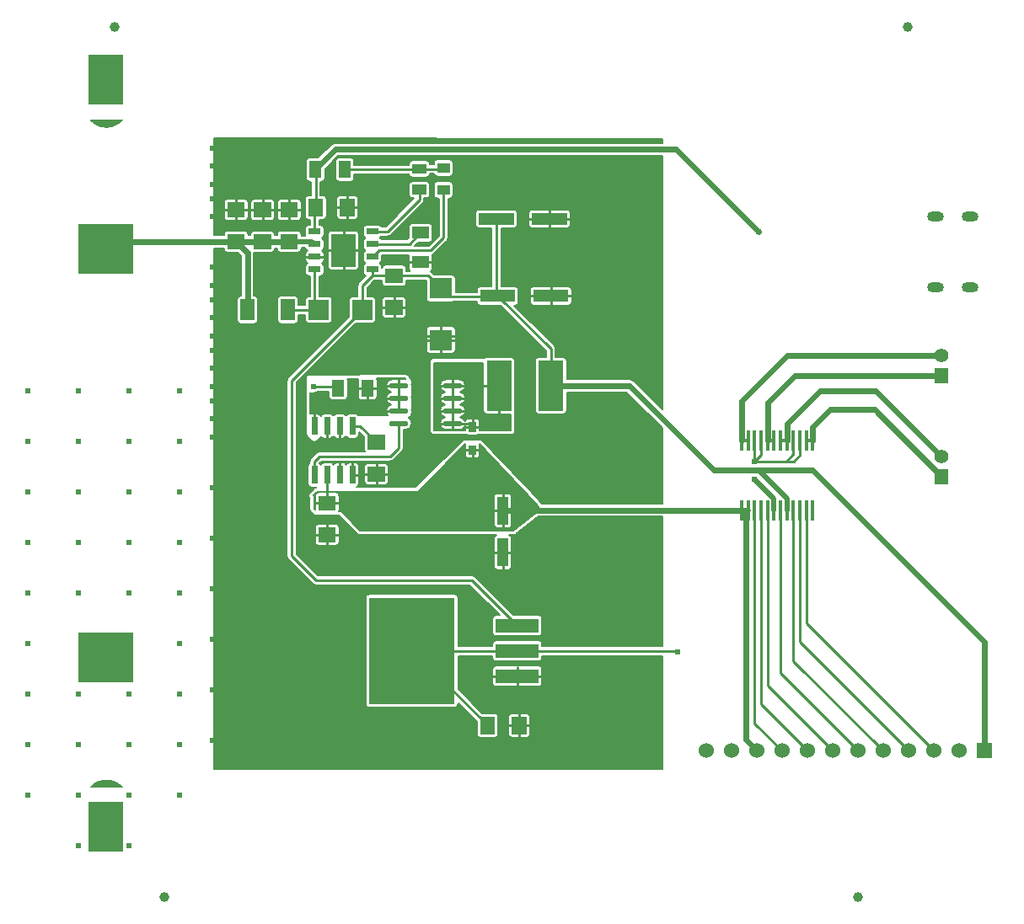
<source format=gtl>
G04 Layer: TopLayer*
G04 EasyEDA Pro v1.6.32, 2022-10-17 22:27:42*
G04 Gerber Generator version 0.3*
G04 Scale: 100 percent, Rotated: No, Reflected: No*
G04 Dimensions in millimeters*
G04 Leading zeros omitted, absolute positions, 4 integers and 2 decimals*
G04 Panelize: V-CUT, Column: 1, Row: 1, Board Size: 99.693mm x 90.043mm, Panelized Board Size: 99.693mm x 95.438mm, Panelized Method: Only Board Outline*
%FSLAX42Y42*%
%MOMM*%
%ADD10C,1.000001*%
%ADD999C,0.2032*%
%ADD11C,0.254*%
%ADD12C,0.00508*%
%ADD13O,1.69926X1.00076*%
%ADD14O,0.364007X2.082013*%
%ADD15O,1.88722X0.57404*%
%ADD16C,1.399997*%
%ADD17C,1.524*%
%ADD18C,0.610001*%
%ADD19C,0.619999*%
%ADD20C,1.849984*%
%ADD21C,0.599999*%
%ADD22C,0.499999*%
%ADD23C,0.299999*%
G75*


G04 Panelize Start*
G54D10*
G01X-4639Y-130D03*
G01X3330Y-130D03*
G01X-4139Y-8874D03*
G01X2830Y-8874D03*
G04 Panelize End*

G04 Copper Start*
G36*
G01X866Y-6449D02*
G01X866Y-7591D01*
G01X-3635Y-7584D01*
G01Y-2352D01*
G01X-3539D01*
G01Y-2360D01*
G03X-3503Y-2396I36J0D01*
G01X-3399D01*
G01X-3367Y-2428D01*
G01Y-2830D01*
G01X-3371D01*
G03X-3407Y-2866I0J-36D01*
G01Y-3078D01*
G03X-3371Y-3114I36J0D01*
G01X-3232D01*
G03X-3196Y-3078I0J36D01*
G01Y-2866D01*
G03X-3232Y-2830I-36J0D01*
G01X-3236D01*
G01Y-2401D01*
G03Y-2396I-66J0D01*
G01X-3063D01*
G03X-3027Y-2360I0J36D01*
G01Y-2352D01*
G01X-3005D01*
G01Y-2360D01*
G03X-2969Y-2396I36J0D01*
G01X-2797D01*
G03X-2761Y-2360I0J36D01*
G01Y-2347D01*
G01X-2723D01*
G03X-2700Y-2375I35J5D01*
G03X-2723Y-2408I13J-34D01*
G01Y-2468D01*
G03X-2700Y-2502I36J0D01*
G03X-2723Y-2535I13J-34D01*
G01Y-2595D01*
G03X-2688Y-2631I36J0D01*
G01X-2676D01*
G01Y-2836D01*
G01X-2686D01*
G03X-2722Y-2872I0J-36D01*
G01Y-2923D01*
G01X-2790D01*
G01Y-2866D01*
G03X-2826Y-2830I-36J0D01*
G01X-2966D01*
G03X-3002Y-2866I0J-36D01*
G01Y-3078D01*
G03X-2966Y-3114I36J0D01*
G01X-2826D01*
G03X-2790Y-3078I0J36D01*
G01Y-3020D01*
G01X-2722D01*
G01Y-3072D01*
G03X-2686Y-3108I36J0D01*
G01X-2486D01*
G03X-2450Y-3072I0J36D01*
G01Y-2872D01*
G03X-2486Y-2836I-36J0D01*
G01X-2579D01*
G01Y-2631D01*
G01X-2568D01*
G03X-2532Y-2595I0J36D01*
G01Y-2535D01*
G03X-2555Y-2502I-36J0D01*
G03X-2532Y-2468I-13J34D01*
G01Y-2408D01*
G03X-2555Y-2375I-36J0D01*
G03X-2532Y-2341I-13J34D01*
G01Y-2281D01*
G03X-2555Y-2248I-36J0D01*
G03X-2532Y-2214I-13J34D01*
G01Y-2154D01*
G03X-2568Y-2119I-36J0D01*
G01X-2579D01*
G01Y-2065D01*
G01X-2542D01*
G03X-2506Y-2029I0J36D01*
G01Y-1857D01*
G03X-2542Y-1821I-36J0D01*
G01X-2568D01*
G01Y-1683D01*
G01X-2559D01*
G03X-2524Y-1647I0J36D01*
G01Y-1559D01*
G01X-2389Y-1424D01*
G01X866D01*
G01Y-3973D01*
G01X580Y-3687D01*
G03X533Y-3668I-47J-47D01*
G01X-94D01*
G01Y-3483D01*
G03X-130Y-3447I-36J0D01*
G01X-205D01*
G01Y-3366D01*
G03X-220Y-3332I-49J0D01*
G01X-624Y-2928D01*
G01X-613D01*
G03X-577Y-2892I0J36D01*
G01Y-2772D01*
G03X-613Y-2736I-36J0D01*
G01X-752D01*
G01Y-2153D01*
G01X-626D01*
G03X-590Y-2117I0J36D01*
G01Y-1997D01*
G03X-626Y-1962I-36J0D01*
G01X-976D01*
G03X-1012Y-1997I0J-36D01*
G01Y-2117D01*
G03X-976Y-2153I36J0D01*
G01X-849D01*
G01Y-2736D01*
G01X-963D01*
G03X-999Y-2772I0J-36D01*
G01Y-2791D01*
G01X-1211D01*
G01Y-2654D01*
G03X-1247Y-2618I-36J0D01*
G01X-1428D01*
G01X-1452Y-2595D01*
G03X-1463Y-2586I-34J-34D01*
G03X-1441Y-2553I-14J33D01*
G01Y-2432D01*
G03X-1443Y-2420I-36J0D01*
G03X-1426Y-2409I-17J45D01*
G01X-1298Y-2281D01*
G03X-1284Y-2247I-34J34D01*
G01Y-1852D01*
G01X-1270D01*
G03X-1234Y-1816I0J36D01*
G01Y-1716D01*
G03X-1270Y-1680I-36J0D01*
G01X-1395D01*
G03X-1431Y-1716I0J-36D01*
G01Y-1816D01*
G03X-1395Y-1852I36J0D01*
G01X-1381D01*
G01Y-2227D01*
G01X-1481Y-2326D01*
G01X-1623D01*
G01X-1590Y-2293D01*
G01X-1477D01*
G03X-1441Y-2257I0J36D01*
G01Y-2137D01*
G03X-1477Y-2101I-36J0D01*
G01X-1647D01*
G03X-1683Y-2137I0J-36D01*
G01Y-2249D01*
G01X-1696Y-2263D01*
G01X-1955D01*
G03X-1973Y-2248I-31J-19D01*
G03X-1955Y-2233I-13J34D01*
G01X-1892D01*
G03X-1858Y-2219I0J49D01*
G01X-1540Y-1901D01*
G03X-1526Y-1867I-34J34D01*
G01Y-1851D01*
G01X-1505D01*
G03X-1469Y-1815I0J36D01*
G01Y-1715D01*
G03X-1505Y-1679I-36J0D01*
G01X-1645D01*
G03X-1681Y-1715I0J-36D01*
G01Y-1815D01*
G03X-1645Y-1851I36J0D01*
G01X-1628D01*
G01X-1912Y-2136D01*
G01X-1955D01*
G03X-1986Y-2119I-31J-19D01*
G01X-2106D01*
G03X-2142Y-2154I0J-36D01*
G01Y-2214D01*
G03X-2119Y-2248I36J0D01*
G03X-2142Y-2281I13J-34D01*
G01Y-2341D01*
G03X-2119Y-2375I36J0D01*
G03X-2142Y-2408I13J-34D01*
G01Y-2468D01*
G03X-2119Y-2502I36J0D01*
G03X-2142Y-2535I13J-34D01*
G01Y-2595D01*
G03X-2116Y-2630I36J0D01*
G01X-2181Y-2695D01*
G03X-2195Y-2729I34J-34D01*
G01Y-2836D01*
G01X-2246D01*
G03X-2282Y-2872I0J-36D01*
G01Y-3039D01*
G01X-2892Y-3649D01*
G03X-2906Y-3683I34J-34D01*
G01Y-5448D01*
G03X-2892Y-5483I49J0D01*
G01X-2651Y-5724D01*
G03X-2616Y-5738I34J34D01*
G01X-1068D01*
G01X-765Y-6041D01*
G01X-806D01*
G03X-842Y-6077I0J-36D01*
G01Y-6217D01*
G03X-806Y-6253I36J0D01*
G01X-376D01*
G03X-340Y-6217I0J36D01*
G01Y-6077D01*
G03X-376Y-6041I-36J0D01*
G01X-628D01*
G01X-1014Y-5655D01*
G03X-1048Y-5641I-34J-34D01*
G01X-2596D01*
G01X-2809Y-5428D01*
G01Y-3703D01*
G01X-2213Y-3108D01*
G01X-2046D01*
G03X-2011Y-3072I0J36D01*
G01Y-2872D01*
G03X-2046Y-2836I-36J0D01*
G01X-2098D01*
G01Y-2749D01*
G01X-2026Y-2677D01*
G01X-1951D01*
G01Y-2703D01*
G03X-1915Y-2739I36J0D01*
G01X-1742D01*
G03X-1707Y-2703I0J36D01*
G01Y-2677D01*
G01X-1507D01*
G01Y-2858D01*
G03X-1471Y-2894I36J0D01*
G01X-1247D01*
G03X-1227Y-2888I0J36D01*
G01X-999D01*
G01Y-2892D01*
G03X-963Y-2928I36J0D01*
G01X-761D01*
G01X-303Y-3386D01*
G01Y-3447D01*
G01X-378D01*
G03X-414Y-3483I0J-36D01*
G01Y-3985D01*
G03X-378Y-4021I36J0D01*
G01X-130D01*
G03X-94Y-3985I0J36D01*
G01Y-3800D01*
G01X506D01*
G01X866Y-4160D01*
G01Y-4919D01*
G01X-345D01*
G01X-366Y-4893D01*
G03X-368Y-4890I-28J-22D01*
G01X-943Y-4284D01*
G03X-969Y-4273I-26J-25D01*
G01X-1114D01*
G03X-1139Y-4284I0J-36D01*
G01X-1611Y-4755D01*
G01X-2210D01*
G03X-2182Y-4720I-8J35D01*
G01Y-4540D01*
G03X-2218Y-4505I-36J0D01*
G01X-2278D01*
G03X-2311Y-4528I0J-36D01*
G03X-2345Y-4505I-34J-13D01*
G01X-2405D01*
G03X-2438Y-4528I0J-36D01*
G03X-2472Y-4505I-34J-13D01*
G01X-2532D01*
G03X-2565Y-4528I0J-36D01*
G03X-2577Y-4512I-34J-13D01*
G01X-2558Y-4494D01*
G01X-1867D01*
G03X-1833Y-4479I0J49D01*
G01X-1747Y-4394D01*
G03X-1733Y-4359I-34J34D01*
G01Y-4179D01*
G01X-1716D01*
G03X-1651Y-4115I0J65D01*
G03X-1681Y-4060I-65J0D01*
G01X-1663Y-4042D01*
G03X-1652Y-4016I-25J25D01*
G01Y-4000D01*
G03X-1651Y-3988I-63J13D01*
G03X-1652Y-3975I-65J0D01*
G01Y-3873D01*
G03X-1651Y-3861I-63J13D01*
G03X-1652Y-3848I-65J0D01*
G01Y-3746D01*
G03X-1651Y-3734I-63J13D01*
G03X-1652Y-3721I-65J0D01*
G01Y-3682D01*
G03X-1663Y-3657I-36J0D01*
G01X-1694Y-3626D01*
G03X-1719Y-3615I-25J-25D01*
G01X-2157D01*
G03X-2177Y-3622I0J-36D01*
G01X-2680D01*
G03X-2716Y-3658I0J-36D01*
G01Y-4213D01*
G03X-2705Y-4239I36J0D01*
G01X-2654Y-4290D01*
G03X-2629Y-4300I25J25D01*
G03X-2604Y-4290I0J36D01*
G01X-2563Y-4249D01*
G03X-2532Y-4266I31J18D01*
G01X-2472D01*
G03X-2438Y-4243I0J36D01*
G03X-2405Y-4266I34J13D01*
G01X-2345D01*
G03X-2311Y-4243I0J36D01*
G03X-2278Y-4266I34J13D01*
G01X-2218D01*
G03X-2182Y-4230I0J36D01*
G01Y-4197D01*
G01X-2129Y-4251D01*
G01Y-4379D01*
G03X-2124Y-4396I36J0D01*
G01X-2578D01*
G03X-2612Y-4411I0J-49D01*
G01X-2663Y-4461D01*
G03X-2677Y-4496I34J-34D01*
G01Y-4510D01*
G03X-2695Y-4540I19J-31D01*
G01Y-4720D01*
G03X-2659Y-4756I36J0D01*
G01X-2614D01*
G03X-2631Y-4766I8J-35D01*
G01X-2674Y-4809D01*
G03X-2690Y-4839I20J-30D01*
G03X-2680Y-4864I36J0D01*
G01X-2677Y-4866D01*
G01Y-4978D01*
G03X-2667Y-5004I36J0D01*
G01X-2638Y-5032D01*
G03X-2613Y-5043I25J25D01*
G01X-2382D01*
G01X-2198Y-5226D01*
G03X-2173Y-5237I25J25D01*
G01X-802D01*
G03X-827Y-5271I11J-34D01*
G01Y-5551D01*
G03X-792Y-5587I36J0D01*
G01X-682D01*
G03X-646Y-5551I0J36D01*
G01Y-5271D01*
G03X-671Y-5237I-36J0D01*
G01X-629D01*
G03X-607Y-5229I0J36D01*
G01X-377Y-5050D01*
G01X866D01*
G01Y-6352D01*
G01X-340D01*
G01Y-6331D01*
G03X-376Y-6295I-36J0D01*
G01X-806D01*
G03X-842Y-6331I0J-36D01*
G01Y-6352D01*
G01X-1185D01*
G01Y-5866D01*
G03X-1221Y-5830I-36J0D01*
G01X-2081D01*
G03X-2117Y-5866I0J-36D01*
G01Y-6936D01*
G03X-2081Y-6972I36J0D01*
G01X-1221D01*
G03X-1185Y-6936I0J36D01*
G01Y-6924D01*
G01X-1000Y-7109D01*
G01Y-7236D01*
G03X-964Y-7272I36J0D01*
G01X-816D01*
G03X-780Y-7236I0J36D01*
G01Y-7064D01*
G03X-816Y-7028I-36J0D01*
G01X-944D01*
G01X-1185Y-6786D01*
G01Y-6449D01*
G01X-842D01*
G01Y-6471D01*
G03X-806Y-6507I36J0D01*
G01X-376D01*
G03X-340Y-6471I0J36D01*
G01Y-6449D01*
G01X866D01*
G37*
%LPC*%
G36*
G01X-1004Y-4233D02*
G03X-984Y-4227I0J36D01*
G01X-648D01*
G03X-612Y-4191I0J36D01*
G01Y-3493D01*
G01Y-3492D01*
G03X-616Y-3477I-36J0D01*
G03X-651Y-3447I-35J-6D01*
G01X-898D01*
G03X-923Y-3457I0J-36D01*
G01X-1435D01*
G03X-1471Y-3492I0J-36D01*
G01Y-3493D01*
G01Y-4191D01*
G03X-1435Y-4227I36J0D01*
G01X-1099D01*
G03X-1079Y-4233I20J30D01*
G01X-1004D01*
G37*
G36*
G01X-2264Y-1683D02*
G03X-2228Y-1647I0J36D01*
G01Y-1611D01*
G01X-1680D01*
G03X-1645Y-1641I35J5D01*
G01X-1505D01*
G03X-1469Y-1605I0J36D01*
G01Y-1604D01*
G01X-1430D01*
G03X-1395Y-1632I35J8D01*
G01X-1270D01*
G03X-1234Y-1596I0J36D01*
G01Y-1496D01*
G03X-1270Y-1460I-36J0D01*
G01X-1395D01*
G03X-1431Y-1496I0J-36D01*
G01Y-1507D01*
G01X-1469D01*
G01Y-1505D01*
G03X-1505Y-1469I-36J0D01*
G01X-1645D01*
G03X-1681Y-1505I0J-36D01*
G01Y-1514D01*
G01X-2228D01*
G01Y-1477D01*
G03X-2264Y-1441I-36J0D01*
G01X-2384D01*
G03X-2420Y-1477I0J-36D01*
G01Y-1647D01*
G03X-2384Y-1683I36J0D01*
G01X-2264D01*
G37*
G36*
G01X-2493Y-2540D02*
G03X-2457Y-2576I36J0D01*
G01X-2217D01*
G03X-2181Y-2540I0J36D01*
G01Y-2210D01*
G03X-2217Y-2174I-36J0D01*
G01X-2457D01*
G03X-2493Y-2210I0J-36D01*
G01Y-2540D01*
G37*
G36*
G01X-842Y-6725D02*
G03X-806Y-6761I36J0D01*
G01X-376D01*
G03X-340Y-6725I0J36D01*
G01Y-6585D01*
G03X-376Y-6549I-36J0D01*
G01X-806D01*
G03X-842Y-6585I0J-36D01*
G01Y-6725D01*
G37*
G36*
G01X-1507Y-3377D02*
G03X-1471Y-3412I36J0D01*
G01X-1247D01*
G03X-1211Y-3377I0J36D01*
G01Y-3172D01*
G03X-1247Y-3136I-36J0D01*
G01X-1471D01*
G03X-1507Y-3172I0J-36D01*
G01Y-3377D01*
G37*
G36*
G01X-478Y-2117D02*
G03X-442Y-2153I36J0D01*
G01X-92D01*
G03X-56Y-2117I0J36D01*
G01Y-1997D01*
G03X-92Y-1962I-36J0D01*
G01X-442D01*
G03X-478Y-1997I0J-36D01*
G01Y-2117D01*
G37*
G36*
G01X-79Y-2928D02*
G03X-43Y-2892I0J36D01*
G01Y-2772D01*
G03X-79Y-2736I-36J0D01*
G01X-429D01*
G03X-465Y-2772I0J-36D01*
G01Y-2892D01*
G03X-429Y-2928I36J0D01*
G01X-79D01*
G37*
G36*
G01X-2129Y-4697D02*
G03X-2093Y-4733I36J0D01*
G01X-1920D01*
G03X-1884Y-4697I0J36D01*
G01Y-4549D01*
G03X-1920Y-4513I-36J0D01*
G01X-2093D01*
G03X-2129Y-4549I0J-36D01*
G01Y-4697D01*
G37*
G36*
G01X-2416Y-5343D02*
G03X-2380Y-5308I0J36D01*
G01Y-5159D01*
G03X-2416Y-5123I-36J0D01*
G01X-2588D01*
G03X-2624Y-5159I0J-36D01*
G01Y-5308D01*
G03X-2588Y-5343I36J0D01*
G01X-2416D01*
G37*
G36*
G01X-1742Y-3057D02*
G03X-1707Y-3022I0J36D01*
G01Y-2873D01*
G03X-1742Y-2837I-36J0D01*
G01X-1915D01*
G03X-1951Y-2873I0J-36D01*
G01Y-3022D01*
G03X-1915Y-3057I36J0D01*
G01X-1742D01*
G37*
G36*
G01X-497Y-7272D02*
G03X-461Y-7236I0J36D01*
G01Y-7064D01*
G03X-497Y-7028I-36J0D01*
G01X-646D01*
G03X-682Y-7064I0J-36D01*
G01Y-7236D01*
G03X-646Y-7272I36J0D01*
G01X-497D01*
G37*
G36*
G01X-2408Y-2029D02*
G03X-2372Y-2065I36J0D01*
G01X-2223D01*
G03X-2188Y-2029I0J36D01*
G01Y-1857D01*
G03X-2223Y-1821I-36J0D01*
G01X-2372D01*
G03X-2408Y-1857I0J-36D01*
G01Y-2029D01*
G37*
%LPD*%
G36*
G01X-2723Y-2214D02*
G03X-2722Y-2225I36J0D01*
G01X-2761D01*
G01Y-2212D01*
G03X-2797Y-2176I-36J0D01*
G01X-2969D01*
G03X-3005Y-2212I0J-36D01*
G01Y-2220D01*
G01X-3027D01*
G01Y-2212D01*
G03X-3063Y-2176I-36J0D01*
G01X-3236D01*
G03X-3272Y-2212I0J-36D01*
G01Y-2220D01*
G01X-3294D01*
G01Y-2212D01*
G03X-3330Y-2176I-36J0D01*
G01X-3503D01*
G03X-3539Y-2212I0J-36D01*
G01Y-2220D01*
G01X-3635D01*
G01Y-1242D01*
G01X866Y-1256D01*
G01Y-1293D01*
G01X-2416D01*
G03X-2463Y-1312I0J-66D01*
G01X-2592Y-1441D01*
G01X-2680D01*
G03X-2716Y-1477I0J-36D01*
G01Y-1647D01*
G03X-2680Y-1683I36J0D01*
G01X-2665D01*
G01Y-1821D01*
G01X-2690D01*
G03X-2726Y-1857I0J-36D01*
G01Y-2029D01*
G03X-2690Y-2065I36J0D01*
G01X-2676D01*
G01Y-2119D01*
G01X-2688D01*
G03X-2723Y-2154I0J-36D01*
G01Y-2214D01*
G37*
%LPC*%
G36*
G01X-2797Y-2078D02*
G03X-2761Y-2042I0J36D01*
G01Y-1893D01*
G03X-2797Y-1857I-36J0D01*
G01X-2969D01*
G03X-3005Y-1893I0J-36D01*
G01Y-2042D01*
G03X-2969Y-2078I36J0D01*
G01X-2797D01*
G37*
G36*
G01X-3272Y-2042D02*
G03X-3236Y-2078I36J0D01*
G01X-3063D01*
G03X-3027Y-2042I0J36D01*
G01Y-1893D01*
G03X-3063Y-1857I-36J0D01*
G01X-3236D01*
G03X-3272Y-1893I0J-36D01*
G01Y-2042D01*
G37*
G36*
G01X-3539Y-2042D02*
G03X-3503Y-2078I36J0D01*
G01X-3330D01*
G03X-3294Y-2042I0J36D01*
G01Y-1893D01*
G03X-3330Y-1857I-36J0D01*
G01X-3503D01*
G03X-3539Y-1893I0J-36D01*
G01Y-2042D01*
G37*
%LPD*%
G36*
G01X-2565Y-4037D02*
G01X-2566Y-4037D01*
G03X-2599Y-4014I-33J-13D01*
G01X-2659D01*
G03X-2670Y-4016I0J-36D01*
G01Y-3807D01*
G03X-2642Y-3813I28J61D01*
G03X-2596Y-3795I0J67D01*
G01X-2487D01*
G01Y-3844D01*
G03X-2452Y-3880I36J0D01*
G01X-2331D01*
G03X-2295Y-3844I0J36D01*
G01Y-3674D01*
G03X-2296Y-3668I-36J0D01*
G01X-2191D01*
G03X-2192Y-3674I35J-6D01*
G01Y-3844D01*
G03X-2156Y-3880I36J0D01*
G01X-2035D01*
G03X-1999Y-3844I0J36D01*
G01Y-3674D01*
G03X-2002Y-3661I-36J0D01*
G01X-1723D01*
G01X-1716Y-3669D01*
G01X-1847D01*
G03X-1911Y-3734I0J-65D01*
G03X-1858Y-3797I65J0D01*
G03X-1911Y-3861I11J-63D01*
G03X-1858Y-3924I65J0D01*
G03X-1911Y-3988I11J-63D01*
G03X-1896Y-4029I65J0D01*
G01X-2189D01*
G03X-2218Y-4014I-29J-21D01*
G01X-2278D01*
G03X-2307Y-4029I0J-36D01*
G01X-2316D01*
G03X-2345Y-4014I-29J-21D01*
G01X-2405D01*
G03X-2434Y-4029I0J-36D01*
G01X-2443D01*
G03X-2472Y-4014I-29J-21D01*
G01X-2532D01*
G03X-2565Y-4037I0J-36D01*
G37*
G36*
G01X-2169Y-5191D02*
G01X-2360Y-5000D01*
G03X-2367Y-4997I-7J-7D01*
G01X-2381D01*
G03X-2380Y-4989I-35J8D01*
G01Y-4841D01*
G03X-2416Y-4805I-36J0D01*
G01X-2588D01*
G03X-2624Y-4841I0J-36D01*
G01Y-4982D01*
G01X-2631Y-4974D01*
G01Y-4851D01*
G03X-2634Y-4844I-10J0D01*
G01X-2639Y-4839D01*
G01X-2602Y-4801D01*
G01X-1596D01*
G03X-1589Y-4798I0J10D01*
G01X-1114Y-4323D01*
G03X-1115Y-4332I35J-9D01*
G01Y-4431D01*
G03X-1079Y-4467I36J0D01*
G01X-1004D01*
G03X-968Y-4431I0J36D01*
G01Y-4332D01*
G03X-969Y-4323I-36J0D01*
G01X-401Y-4922D01*
G01X-357Y-4977D01*
G01X-633Y-5191D01*
G01X-736D01*
G01X-2169D01*
G37*
%LPC*%
G36*
G01X-827Y-5131D02*
G03X-792Y-5167I36J0D01*
G01X-682D01*
G03X-646Y-5131I0J36D01*
G01Y-4851D01*
G03X-682Y-4815I-36J0D01*
G01X-792D01*
G03X-827Y-4851I0J-36D01*
G01Y-5131D01*
G37*
%LPD*%
G36*
G01X-1683Y-2553D02*
G03X-1671Y-2580I36J0D01*
G01X-1707D01*
G01Y-2555D01*
G03X-1742Y-2519I-36J0D01*
G01X-1915D01*
G03X-1950Y-2547I0J-36D01*
G01Y-2535D01*
G03X-1973Y-2502I-36J0D01*
G03X-1950Y-2468I-13J34D01*
G01Y-2423D01*
G01X-1682D01*
G03X-1683Y-2432I35J-9D01*
G01Y-2553D01*
G37*
G36*
G01X-658Y-4021D02*
G01X-658Y-4181D01*
G01X-968D01*
G01Y-4097D01*
G03X-1004Y-4061I-36J0D01*
G01X-1079D01*
G03X-1115Y-4094I0J-36D01*
G03X-1164Y-4051I-61J-21D01*
G03X-1111Y-3988I-11J64D01*
G03X-1164Y-3924I-65J0D01*
G03X-1111Y-3861I-11J64D01*
G03X-1164Y-3797I-65J0D01*
G03X-1111Y-3734I-11J64D01*
G03X-1176Y-3669I-65J0D01*
G01X-1307D01*
G03X-1371Y-3734I0J-65D01*
G03X-1318Y-3797I65J0D01*
G03X-1371Y-3861I11J-63D01*
G03X-1318Y-3924I65J0D01*
G03X-1371Y-3988I11J-63D01*
G03X-1318Y-4051I65J0D01*
G03X-1371Y-4115I11J-63D01*
G03X-1307Y-4179I65J0D01*
G01X-1176D01*
G03X-1115Y-4136I0J65D01*
G01Y-4181D01*
G01X-1425D01*
G01Y-3503D01*
G01X-934D01*
G01Y-3985D01*
G03X-898Y-4021I36J0D01*
G01X-658D01*
G37*
G54D999*
G01X866Y-6449D02*
G01X866Y-7591D01*
G01X-3635Y-7584D01*
G01Y-2352D01*
G01X-3539D01*
G01Y-2360D01*
G03X-3503Y-2396I36J0D01*
G01X-3399D01*
G01X-3367Y-2428D01*
G01Y-2830D01*
G01X-3371D01*
G03X-3407Y-2866I0J-36D01*
G01Y-3078D01*
G03X-3371Y-3114I36J0D01*
G01X-3232D01*
G03X-3196Y-3078I0J36D01*
G01Y-2866D01*
G03X-3232Y-2830I-36J0D01*
G01X-3236D01*
G01Y-2401D01*
G03Y-2396I-66J0D01*
G01X-3063D01*
G03X-3027Y-2360I0J36D01*
G01Y-2352D01*
G01X-3005D01*
G01Y-2360D01*
G03X-2969Y-2396I36J0D01*
G01X-2797D01*
G03X-2761Y-2360I0J36D01*
G01Y-2347D01*
G01X-2723D01*
G03X-2700Y-2375I35J5D01*
G03X-2723Y-2408I13J-34D01*
G01Y-2468D01*
G03X-2700Y-2502I36J0D01*
G03X-2723Y-2535I13J-34D01*
G01Y-2595D01*
G03X-2688Y-2631I36J0D01*
G01X-2676D01*
G01Y-2836D01*
G01X-2686D01*
G03X-2722Y-2872I0J-36D01*
G01Y-2923D01*
G01X-2790D01*
G01Y-2866D01*
G03X-2826Y-2830I-36J0D01*
G01X-2966D01*
G03X-3002Y-2866I0J-36D01*
G01Y-3078D01*
G03X-2966Y-3114I36J0D01*
G01X-2826D01*
G03X-2790Y-3078I0J36D01*
G01Y-3020D01*
G01X-2722D01*
G01Y-3072D01*
G03X-2686Y-3108I36J0D01*
G01X-2486D01*
G03X-2450Y-3072I0J36D01*
G01Y-2872D01*
G03X-2486Y-2836I-36J0D01*
G01X-2579D01*
G01Y-2631D01*
G01X-2568D01*
G03X-2532Y-2595I0J36D01*
G01Y-2535D01*
G03X-2555Y-2502I-36J0D01*
G03X-2532Y-2468I-13J34D01*
G01Y-2408D01*
G03X-2555Y-2375I-36J0D01*
G03X-2532Y-2341I-13J34D01*
G01Y-2281D01*
G03X-2555Y-2248I-36J0D01*
G03X-2532Y-2214I-13J34D01*
G01Y-2154D01*
G03X-2568Y-2119I-36J0D01*
G01X-2579D01*
G01Y-2065D01*
G01X-2542D01*
G03X-2506Y-2029I0J36D01*
G01Y-1857D01*
G03X-2542Y-1821I-36J0D01*
G01X-2568D01*
G01Y-1683D01*
G01X-2559D01*
G03X-2524Y-1647I0J36D01*
G01Y-1559D01*
G01X-2389Y-1424D01*
G01X866D01*
G01Y-3973D01*
G01X580Y-3687D01*
G03X533Y-3668I-47J-47D01*
G01X-94D01*
G01Y-3483D01*
G03X-130Y-3447I-36J0D01*
G01X-205D01*
G01Y-3366D01*
G03X-220Y-3332I-49J0D01*
G01X-624Y-2928D01*
G01X-613D01*
G03X-577Y-2892I0J36D01*
G01Y-2772D01*
G03X-613Y-2736I-36J0D01*
G01X-752D01*
G01Y-2153D01*
G01X-626D01*
G03X-590Y-2117I0J36D01*
G01Y-1997D01*
G03X-626Y-1962I-36J0D01*
G01X-976D01*
G03X-1012Y-1997I0J-36D01*
G01Y-2117D01*
G03X-976Y-2153I36J0D01*
G01X-849D01*
G01Y-2736D01*
G01X-963D01*
G03X-999Y-2772I0J-36D01*
G01Y-2791D01*
G01X-1211D01*
G01Y-2654D01*
G03X-1247Y-2618I-36J0D01*
G01X-1428D01*
G01X-1452Y-2595D01*
G03X-1463Y-2586I-34J-34D01*
G03X-1441Y-2553I-14J33D01*
G01Y-2432D01*
G03X-1443Y-2420I-36J0D01*
G03X-1426Y-2409I-17J45D01*
G01X-1298Y-2281D01*
G03X-1284Y-2247I-34J34D01*
G01Y-1852D01*
G01X-1270D01*
G03X-1234Y-1816I0J36D01*
G01Y-1716D01*
G03X-1270Y-1680I-36J0D01*
G01X-1395D01*
G03X-1431Y-1716I0J-36D01*
G01Y-1816D01*
G03X-1395Y-1852I36J0D01*
G01X-1381D01*
G01Y-2227D01*
G01X-1481Y-2326D01*
G01X-1623D01*
G01X-1590Y-2293D01*
G01X-1477D01*
G03X-1441Y-2257I0J36D01*
G01Y-2137D01*
G03X-1477Y-2101I-36J0D01*
G01X-1647D01*
G03X-1683Y-2137I0J-36D01*
G01Y-2249D01*
G01X-1696Y-2263D01*
G01X-1955D01*
G03X-1973Y-2248I-31J-19D01*
G03X-1955Y-2233I-13J34D01*
G01X-1892D01*
G03X-1858Y-2219I0J49D01*
G01X-1540Y-1901D01*
G03X-1526Y-1867I-34J34D01*
G01Y-1851D01*
G01X-1505D01*
G03X-1469Y-1815I0J36D01*
G01Y-1715D01*
G03X-1505Y-1679I-36J0D01*
G01X-1645D01*
G03X-1681Y-1715I0J-36D01*
G01Y-1815D01*
G03X-1645Y-1851I36J0D01*
G01X-1628D01*
G01X-1912Y-2136D01*
G01X-1955D01*
G03X-1986Y-2119I-31J-19D01*
G01X-2106D01*
G03X-2142Y-2154I0J-36D01*
G01Y-2214D01*
G03X-2119Y-2248I36J0D01*
G03X-2142Y-2281I13J-34D01*
G01Y-2341D01*
G03X-2119Y-2375I36J0D01*
G03X-2142Y-2408I13J-34D01*
G01Y-2468D01*
G03X-2119Y-2502I36J0D01*
G03X-2142Y-2535I13J-34D01*
G01Y-2595D01*
G03X-2116Y-2630I36J0D01*
G01X-2181Y-2695D01*
G03X-2195Y-2729I34J-34D01*
G01Y-2836D01*
G01X-2246D01*
G03X-2282Y-2872I0J-36D01*
G01Y-3039D01*
G01X-2892Y-3649D01*
G03X-2906Y-3683I34J-34D01*
G01Y-5448D01*
G03X-2892Y-5483I49J0D01*
G01X-2651Y-5724D01*
G03X-2616Y-5738I34J34D01*
G01X-1068D01*
G01X-765Y-6041D01*
G01X-806D01*
G03X-842Y-6077I0J-36D01*
G01Y-6217D01*
G03X-806Y-6253I36J0D01*
G01X-376D01*
G03X-340Y-6217I0J36D01*
G01Y-6077D01*
G03X-376Y-6041I-36J0D01*
G01X-628D01*
G01X-1014Y-5655D01*
G03X-1048Y-5641I-34J-34D01*
G01X-2596D01*
G01X-2809Y-5428D01*
G01Y-3703D01*
G01X-2213Y-3108D01*
G01X-2046D01*
G03X-2011Y-3072I0J36D01*
G01Y-2872D01*
G03X-2046Y-2836I-36J0D01*
G01X-2098D01*
G01Y-2749D01*
G01X-2026Y-2677D01*
G01X-1951D01*
G01Y-2703D01*
G03X-1915Y-2739I36J0D01*
G01X-1742D01*
G03X-1707Y-2703I0J36D01*
G01Y-2677D01*
G01X-1507D01*
G01Y-2858D01*
G03X-1471Y-2894I36J0D01*
G01X-1247D01*
G03X-1227Y-2888I0J36D01*
G01X-999D01*
G01Y-2892D01*
G03X-963Y-2928I36J0D01*
G01X-761D01*
G01X-303Y-3386D01*
G01Y-3447D01*
G01X-378D01*
G03X-414Y-3483I0J-36D01*
G01Y-3985D01*
G03X-378Y-4021I36J0D01*
G01X-130D01*
G03X-94Y-3985I0J36D01*
G01Y-3800D01*
G01X506D01*
G01X866Y-4160D01*
G01Y-4919D01*
G01X-345D01*
G01X-366Y-4893D01*
G03X-368Y-4890I-28J-22D01*
G01X-943Y-4284D01*
G03X-969Y-4273I-26J-25D01*
G01X-1114D01*
G03X-1139Y-4284I0J-36D01*
G01X-1611Y-4755D01*
G01X-2210D01*
G03X-2182Y-4720I-8J35D01*
G01Y-4540D01*
G03X-2218Y-4505I-36J0D01*
G01X-2278D01*
G03X-2311Y-4528I0J-36D01*
G03X-2345Y-4505I-34J-13D01*
G01X-2405D01*
G03X-2438Y-4528I0J-36D01*
G03X-2472Y-4505I-34J-13D01*
G01X-2532D01*
G03X-2565Y-4528I0J-36D01*
G03X-2577Y-4512I-34J-13D01*
G01X-2558Y-4494D01*
G01X-1867D01*
G03X-1833Y-4479I0J49D01*
G01X-1747Y-4394D01*
G03X-1733Y-4359I-34J34D01*
G01Y-4179D01*
G01X-1716D01*
G03X-1651Y-4115I0J65D01*
G03X-1681Y-4060I-65J0D01*
G01X-1663Y-4042D01*
G03X-1652Y-4016I-25J25D01*
G01Y-4000D01*
G03X-1651Y-3988I-63J13D01*
G03X-1652Y-3975I-65J0D01*
G01Y-3873D01*
G03X-1651Y-3861I-63J13D01*
G03X-1652Y-3848I-65J0D01*
G01Y-3746D01*
G03X-1651Y-3734I-63J13D01*
G03X-1652Y-3721I-65J0D01*
G01Y-3682D01*
G03X-1663Y-3657I-36J0D01*
G01X-1694Y-3626D01*
G03X-1719Y-3615I-25J-25D01*
G01X-2157D01*
G03X-2177Y-3622I0J-36D01*
G01X-2680D01*
G03X-2716Y-3658I0J-36D01*
G01Y-4213D01*
G03X-2705Y-4239I36J0D01*
G01X-2654Y-4290D01*
G03X-2629Y-4300I25J25D01*
G03X-2604Y-4290I0J36D01*
G01X-2563Y-4249D01*
G03X-2532Y-4266I31J18D01*
G01X-2472D01*
G03X-2438Y-4243I0J36D01*
G03X-2405Y-4266I34J13D01*
G01X-2345D01*
G03X-2311Y-4243I0J36D01*
G03X-2278Y-4266I34J13D01*
G01X-2218D01*
G03X-2182Y-4230I0J36D01*
G01Y-4197D01*
G01X-2129Y-4251D01*
G01Y-4379D01*
G03X-2124Y-4396I36J0D01*
G01X-2578D01*
G03X-2612Y-4411I0J-49D01*
G01X-2663Y-4461D01*
G03X-2677Y-4496I34J-34D01*
G01Y-4510D01*
G03X-2695Y-4540I19J-31D01*
G01Y-4720D01*
G03X-2659Y-4756I36J0D01*
G01X-2614D01*
G03X-2631Y-4766I8J-35D01*
G01X-2674Y-4809D01*
G03X-2690Y-4839I20J-30D01*
G03X-2680Y-4864I36J0D01*
G01X-2677Y-4866D01*
G01Y-4978D01*
G03X-2667Y-5004I36J0D01*
G01X-2638Y-5032D01*
G03X-2613Y-5043I25J25D01*
G01X-2382D01*
G01X-2198Y-5226D01*
G03X-2173Y-5237I25J25D01*
G01X-802D01*
G03X-827Y-5271I11J-34D01*
G01Y-5551D01*
G03X-792Y-5587I36J0D01*
G01X-682D01*
G03X-646Y-5551I0J36D01*
G01Y-5271D01*
G03X-671Y-5237I-36J0D01*
G01X-629D01*
G03X-607Y-5229I0J36D01*
G01X-377Y-5050D01*
G01X866D01*
G01Y-6352D01*
G01X-340D01*
G01Y-6331D01*
G03X-376Y-6295I-36J0D01*
G01X-806D01*
G03X-842Y-6331I0J-36D01*
G01Y-6352D01*
G01X-1185D01*
G01Y-5866D01*
G03X-1221Y-5830I-36J0D01*
G01X-2081D01*
G03X-2117Y-5866I0J-36D01*
G01Y-6936D01*
G03X-2081Y-6972I36J0D01*
G01X-1221D01*
G03X-1185Y-6936I0J36D01*
G01Y-6924D01*
G01X-1000Y-7109D01*
G01Y-7236D01*
G03X-964Y-7272I36J0D01*
G01X-816D01*
G03X-780Y-7236I0J36D01*
G01Y-7064D01*
G03X-816Y-7028I-36J0D01*
G01X-944D01*
G01X-1185Y-6786D01*
G01Y-6449D01*
G01X-842D01*
G01Y-6471D01*
G03X-806Y-6507I36J0D01*
G01X-376D01*
G03X-340Y-6471I0J36D01*
G01Y-6449D01*
G01X866D01*
G01X-1004Y-4233D02*
G03X-984Y-4227I0J36D01*
G01X-648D01*
G03X-612Y-4191I0J36D01*
G01Y-3493D01*
G01Y-3492D01*
G03X-616Y-3477I-36J0D01*
G03X-651Y-3447I-35J-6D01*
G01X-898D01*
G03X-923Y-3457I0J-36D01*
G01X-1435D01*
G03X-1471Y-3492I0J-36D01*
G01Y-3493D01*
G01Y-4191D01*
G03X-1435Y-4227I36J0D01*
G01X-1099D01*
G03X-1079Y-4233I20J30D01*
G01X-1004D01*
G01X-2264Y-1683D02*
G03X-2228Y-1647I0J36D01*
G01Y-1611D01*
G01X-1680D01*
G03X-1645Y-1641I35J5D01*
G01X-1505D01*
G03X-1469Y-1605I0J36D01*
G01Y-1604D01*
G01X-1430D01*
G03X-1395Y-1632I35J8D01*
G01X-1270D01*
G03X-1234Y-1596I0J36D01*
G01Y-1496D01*
G03X-1270Y-1460I-36J0D01*
G01X-1395D01*
G03X-1431Y-1496I0J-36D01*
G01Y-1507D01*
G01X-1469D01*
G01Y-1505D01*
G03X-1505Y-1469I-36J0D01*
G01X-1645D01*
G03X-1681Y-1505I0J-36D01*
G01Y-1514D01*
G01X-2228D01*
G01Y-1477D01*
G03X-2264Y-1441I-36J0D01*
G01X-2384D01*
G03X-2420Y-1477I0J-36D01*
G01Y-1647D01*
G03X-2384Y-1683I36J0D01*
G01X-2264D01*
G01X-2493Y-2540D02*
G03X-2457Y-2576I36J0D01*
G01X-2217D01*
G03X-2181Y-2540I0J36D01*
G01Y-2210D01*
G03X-2217Y-2174I-36J0D01*
G01X-2457D01*
G03X-2493Y-2210I0J-36D01*
G01Y-2540D01*
G01X-842Y-6725D02*
G03X-806Y-6761I36J0D01*
G01X-376D01*
G03X-340Y-6725I0J36D01*
G01Y-6585D01*
G03X-376Y-6549I-36J0D01*
G01X-806D01*
G03X-842Y-6585I0J-36D01*
G01Y-6725D01*
G01X-1507Y-3377D02*
G03X-1471Y-3412I36J0D01*
G01X-1247D01*
G03X-1211Y-3377I0J36D01*
G01Y-3172D01*
G03X-1247Y-3136I-36J0D01*
G01X-1471D01*
G03X-1507Y-3172I0J-36D01*
G01Y-3377D01*
G01X-478Y-2117D02*
G03X-442Y-2153I36J0D01*
G01X-92D01*
G03X-56Y-2117I0J36D01*
G01Y-1997D01*
G03X-92Y-1962I-36J0D01*
G01X-442D01*
G03X-478Y-1997I0J-36D01*
G01Y-2117D01*
G01X-79Y-2928D02*
G03X-43Y-2892I0J36D01*
G01Y-2772D01*
G03X-79Y-2736I-36J0D01*
G01X-429D01*
G03X-465Y-2772I0J-36D01*
G01Y-2892D01*
G03X-429Y-2928I36J0D01*
G01X-79D01*
G01X-2129Y-4697D02*
G03X-2093Y-4733I36J0D01*
G01X-1920D01*
G03X-1884Y-4697I0J36D01*
G01Y-4549D01*
G03X-1920Y-4513I-36J0D01*
G01X-2093D01*
G03X-2129Y-4549I0J-36D01*
G01Y-4697D01*
G01X-2416Y-5343D02*
G03X-2380Y-5308I0J36D01*
G01Y-5159D01*
G03X-2416Y-5123I-36J0D01*
G01X-2588D01*
G03X-2624Y-5159I0J-36D01*
G01Y-5308D01*
G03X-2588Y-5343I36J0D01*
G01X-2416D01*
G01X-1742Y-3057D02*
G03X-1707Y-3022I0J36D01*
G01Y-2873D01*
G03X-1742Y-2837I-36J0D01*
G01X-1915D01*
G03X-1951Y-2873I0J-36D01*
G01Y-3022D01*
G03X-1915Y-3057I36J0D01*
G01X-1742D01*
G01X-497Y-7272D02*
G03X-461Y-7236I0J36D01*
G01Y-7064D01*
G03X-497Y-7028I-36J0D01*
G01X-646D01*
G03X-682Y-7064I0J-36D01*
G01Y-7236D01*
G03X-646Y-7272I36J0D01*
G01X-497D01*
G01X-2408Y-2029D02*
G03X-2372Y-2065I36J0D01*
G01X-2223D01*
G03X-2188Y-2029I0J36D01*
G01Y-1857D01*
G03X-2223Y-1821I-36J0D01*
G01X-2372D01*
G03X-2408Y-1857I0J-36D01*
G01Y-2029D01*
G01X-2723Y-2214D02*
G03X-2722Y-2225I36J0D01*
G01X-2761D01*
G01Y-2212D01*
G03X-2797Y-2176I-36J0D01*
G01X-2969D01*
G03X-3005Y-2212I0J-36D01*
G01Y-2220D01*
G01X-3027D01*
G01Y-2212D01*
G03X-3063Y-2176I-36J0D01*
G01X-3236D01*
G03X-3272Y-2212I0J-36D01*
G01Y-2220D01*
G01X-3294D01*
G01Y-2212D01*
G03X-3330Y-2176I-36J0D01*
G01X-3503D01*
G03X-3539Y-2212I0J-36D01*
G01Y-2220D01*
G01X-3635D01*
G01Y-1242D01*
G01X866Y-1256D01*
G01Y-1293D01*
G01X-2416D01*
G03X-2463Y-1312I0J-66D01*
G01X-2592Y-1441D01*
G01X-2680D01*
G03X-2716Y-1477I0J-36D01*
G01Y-1647D01*
G03X-2680Y-1683I36J0D01*
G01X-2665D01*
G01Y-1821D01*
G01X-2690D01*
G03X-2726Y-1857I0J-36D01*
G01Y-2029D01*
G03X-2690Y-2065I36J0D01*
G01X-2676D01*
G01Y-2119D01*
G01X-2688D01*
G03X-2723Y-2154I0J-36D01*
G01Y-2214D01*
G01X-2797Y-2078D02*
G03X-2761Y-2042I0J36D01*
G01Y-1893D01*
G03X-2797Y-1857I-36J0D01*
G01X-2969D01*
G03X-3005Y-1893I0J-36D01*
G01Y-2042D01*
G03X-2969Y-2078I36J0D01*
G01X-2797D01*
G01X-3272Y-2042D02*
G03X-3236Y-2078I36J0D01*
G01X-3063D01*
G03X-3027Y-2042I0J36D01*
G01Y-1893D01*
G03X-3063Y-1857I-36J0D01*
G01X-3236D01*
G03X-3272Y-1893I0J-36D01*
G01Y-2042D01*
G01X-3539Y-2042D02*
G03X-3503Y-2078I36J0D01*
G01X-3330D01*
G03X-3294Y-2042I0J36D01*
G01Y-1893D01*
G03X-3330Y-1857I-36J0D01*
G01X-3503D01*
G03X-3539Y-1893I0J-36D01*
G01Y-2042D01*
G01X-2565Y-4037D02*
G01X-2566Y-4037D01*
G03X-2599Y-4014I-33J-13D01*
G01X-2659D01*
G03X-2670Y-4016I0J-36D01*
G01Y-3807D01*
G03X-2642Y-3813I28J61D01*
G03X-2596Y-3795I0J67D01*
G01X-2487D01*
G01Y-3844D01*
G03X-2452Y-3880I36J0D01*
G01X-2331D01*
G03X-2295Y-3844I0J36D01*
G01Y-3674D01*
G03X-2296Y-3668I-36J0D01*
G01X-2191D01*
G03X-2192Y-3674I35J-6D01*
G01Y-3844D01*
G03X-2156Y-3880I36J0D01*
G01X-2035D01*
G03X-1999Y-3844I0J36D01*
G01Y-3674D01*
G03X-2002Y-3661I-36J0D01*
G01X-1723D01*
G01X-1716Y-3669D01*
G01X-1847D01*
G03X-1911Y-3734I0J-65D01*
G03X-1858Y-3797I65J0D01*
G03X-1911Y-3861I11J-63D01*
G03X-1858Y-3924I65J0D01*
G03X-1911Y-3988I11J-63D01*
G03X-1896Y-4029I65J0D01*
G01X-2189D01*
G03X-2218Y-4014I-29J-21D01*
G01X-2278D01*
G03X-2307Y-4029I0J-36D01*
G01X-2316D01*
G03X-2345Y-4014I-29J-21D01*
G01X-2405D01*
G03X-2434Y-4029I0J-36D01*
G01X-2443D01*
G03X-2472Y-4014I-29J-21D01*
G01X-2532D01*
G03X-2565Y-4037I0J-36D01*
G01X-2169Y-5191D02*
G01X-2360Y-5000D01*
G03X-2367Y-4997I-7J-7D01*
G01X-2381D01*
G03X-2380Y-4989I-35J8D01*
G01Y-4841D01*
G03X-2416Y-4805I-36J0D01*
G01X-2588D01*
G03X-2624Y-4841I0J-36D01*
G01Y-4982D01*
G01X-2631Y-4974D01*
G01Y-4851D01*
G03X-2634Y-4844I-10J0D01*
G01X-2639Y-4839D01*
G01X-2602Y-4801D01*
G01X-1596D01*
G03X-1589Y-4798I0J10D01*
G01X-1114Y-4323D01*
G03X-1115Y-4332I35J-9D01*
G01Y-4431D01*
G03X-1079Y-4467I36J0D01*
G01X-1004D01*
G03X-968Y-4431I0J36D01*
G01Y-4332D01*
G03X-969Y-4323I-36J0D01*
G01X-401Y-4922D01*
G01X-357Y-4977D01*
G01X-633Y-5191D01*
G01X-736D01*
G01X-2169D01*
G01X-827Y-5131D02*
G03X-792Y-5167I36J0D01*
G01X-682D01*
G03X-646Y-5131I0J36D01*
G01Y-4851D01*
G03X-682Y-4815I-36J0D01*
G01X-792D01*
G03X-827Y-4851I0J-36D01*
G01Y-5131D01*
G01X-1683Y-2553D02*
G03X-1671Y-2580I36J0D01*
G01X-1707D01*
G01Y-2555D01*
G03X-1742Y-2519I-36J0D01*
G01X-1915D01*
G03X-1950Y-2547I0J-36D01*
G01Y-2535D01*
G03X-1973Y-2502I-36J0D01*
G03X-1950Y-2468I-13J34D01*
G01Y-2423D01*
G01X-1682D01*
G03X-1683Y-2432I35J-9D01*
G01Y-2553D01*
G01X-658Y-4021D02*
G01X-658Y-4181D01*
G01X-968D01*
G01Y-4097D01*
G03X-1004Y-4061I-36J0D01*
G01X-1079D01*
G03X-1115Y-4094I0J-36D01*
G03X-1164Y-4051I-61J-21D01*
G03X-1111Y-3988I-11J64D01*
G03X-1164Y-3924I-65J0D01*
G03X-1111Y-3861I-11J64D01*
G03X-1164Y-3797I-65J0D01*
G03X-1111Y-3734I-11J64D01*
G03X-1176Y-3669I-65J0D01*
G01X-1307D01*
G03X-1371Y-3734I0J-65D01*
G03X-1318Y-3797I65J0D01*
G03X-1371Y-3861I11J-63D01*
G03X-1318Y-3924I65J0D01*
G03X-1371Y-3988I11J-63D01*
G03X-1318Y-4051I65J0D01*
G03X-1371Y-4115I11J-63D01*
G03X-1307Y-4179I65J0D01*
G01X-1176D01*
G03X-1115Y-4136I0J65D01*
G01Y-4181D01*
G01X-1425D01*
G01Y-3503D01*
G01X-934D01*
G01Y-3985D01*
G03X-898Y-4021I36J0D01*
G01X-658D01*
G54D11*
G01X-1241Y-3861D02*
G01X-1121Y-3861D01*
G01X-1241Y-3861D02*
G01X-1362Y-3861D01*
G01X-775Y-3734D02*
G01X-924Y-3734D01*
G01X-775Y-3734D02*
G01X-775Y-4011D01*
G01X-1041Y-4147D02*
G01X-1041Y-4071D01*
G01X-1041Y-4147D02*
G01X-1105Y-4147D01*
G01X-1041Y-4147D02*
G01X-978Y-4147D01*
G01X-1241Y-3734D02*
G01X-1241Y-3679D01*
G01X-1241Y-3734D02*
G01X-1121Y-3734D01*
G01X-1241Y-3734D02*
G01X-1362Y-3734D01*
G01X-1241Y-4115D02*
G01X-1241Y-4169D01*
G01X-1241Y-4115D02*
G01X-1362Y-4115D01*
G01X-1241Y-3988D02*
G01X-1121Y-3988D01*
G01X-1241Y-3988D02*
G01X-1362Y-3988D01*
G01X-2095Y-3759D02*
G01X-2009Y-3759D01*
G01X-2095Y-3759D02*
G01X-2182Y-3759D01*
G01X-2095Y-3759D02*
G01X-2095Y-3870D01*
G01X-1781Y-3861D02*
G01X-1902Y-3861D01*
G01X-1781Y-3734D02*
G01X-1781Y-3679D01*
G01X-1781Y-3734D02*
G01X-1902Y-3734D01*
G01X-2629Y-4140D02*
G01X-2629Y-4024D01*
G01X-1781Y-3988D02*
G01X-1902Y-3988D01*
G01X-2502Y-4915D02*
G01X-2502Y-4815D01*
G01X-2502Y-4915D02*
G01X-2614Y-4915D01*
G01X-2502Y-4915D02*
G01X-2390Y-4915D01*
G01X-737Y-4991D02*
G01X-737Y-4825D01*
G01X-737Y-4991D02*
G01X-737Y-5157D01*
G01X-737Y-4991D02*
G01X-656Y-4991D01*
G01X-737Y-4991D02*
G01X-818Y-4991D01*
G01X-1041Y-4381D02*
G01X-1041Y-4457D01*
G01X-1041Y-4381D02*
G01X-1105Y-4381D01*
G01X-1041Y-4381D02*
G01X-978Y-4381D01*
G01X-591Y-6655D02*
G01X-350Y-6655D01*
G01X-591Y-6655D02*
G01X-832Y-6655D01*
G01X-591Y-6655D02*
G01X-591Y-6751D01*
G01X-591Y-6655D02*
G01X-591Y-6559D01*
G01X-737Y-5411D02*
G01X-737Y-5577D01*
G01X-737Y-5411D02*
G01X-656Y-5411D01*
G01X-737Y-5411D02*
G01X-818Y-5411D01*
G01X-1829Y-2947D02*
G01X-1829Y-3048D01*
G01X-1829Y-2947D02*
G01X-1829Y-2847D01*
G01X-1829Y-2947D02*
G01X-1941Y-2947D01*
G01X-1829Y-2947D02*
G01X-1716Y-2947D01*
G01X-2502Y-5233D02*
G01X-2502Y-5334D01*
G01X-2502Y-5233D02*
G01X-2502Y-5133D01*
G01X-2502Y-5233D02*
G01X-2614Y-5233D01*
G01X-2502Y-5233D02*
G01X-2390Y-5233D01*
G01X-1562Y-2493D02*
G01X-1673Y-2493D01*
G01X-1562Y-2493D02*
G01X-1451Y-2493D01*
G01X-2502Y-4140D02*
G01X-2502Y-4256D01*
G01X-2375Y-4630D02*
G01X-2375Y-4514D01*
G01X-2375Y-4140D02*
G01X-2375Y-4256D01*
G01X-2248Y-4630D02*
G01X-2192Y-4630D01*
G01X-2248Y-4630D02*
G01X-2248Y-4514D01*
G01X-571Y-7150D02*
G01X-471Y-7150D01*
G01X-571Y-7150D02*
G01X-672Y-7150D01*
G01X-571Y-7150D02*
G01X-571Y-7262D01*
G01X-571Y-7150D02*
G01X-571Y-7038D01*
G01X-267Y-2057D02*
G01X-468Y-2057D01*
G01X-267Y-2057D02*
G01X-66Y-2057D01*
G01X-267Y-2057D02*
G01X-267Y-1971D01*
G01X-267Y-2057D02*
G01X-267Y-2143D01*
G01X-3416Y-1967D02*
G01X-3416Y-1867D01*
G01X-3416Y-1967D02*
G01X-3416Y-2068D01*
G01X-3416Y-1967D02*
G01X-3304Y-1967D01*
G01X-3416Y-1967D02*
G01X-3529Y-1967D01*
G01X-254Y-2832D02*
G01X-455Y-2832D01*
G01X-254Y-2832D02*
G01X-53Y-2832D01*
G01X-254Y-2832D02*
G01X-254Y-2746D01*
G01X-254Y-2832D02*
G01X-254Y-2918D01*
G01X-1359Y-3274D02*
G01X-1359Y-3402D01*
G01X-1359Y-3274D02*
G01X-1359Y-3146D01*
G01X-1359Y-3274D02*
G01X-1497Y-3274D01*
G01X-1359Y-3274D02*
G01X-1221Y-3274D01*
G01X-2337Y-2375D02*
G01X-2337Y-2184D01*
G01X-2337Y-2375D02*
G01X-2337Y-2566D01*
G01X-2337Y-2375D02*
G01X-2191Y-2375D01*
G01X-2337Y-2375D02*
G01X-2483Y-2375D01*
G01X-2298Y-1943D02*
G01X-2198Y-1943D01*
G01X-2298Y-1943D02*
G01X-2398Y-1943D01*
G01X-2298Y-1943D02*
G01X-2298Y-2055D01*
G01X-2298Y-1943D02*
G01X-2298Y-1831D01*
G01X-2883Y-1967D02*
G01X-2883Y-1867D01*
G01X-2883Y-1967D02*
G01X-2883Y-2068D01*
G01X-2883Y-1967D02*
G01X-2771Y-1967D01*
G01X-2883Y-1967D02*
G01X-2995Y-1967D01*
G01X-2628Y-2438D02*
G01X-2714Y-2438D01*
G01X-2628Y-2438D02*
G01X-2542Y-2438D01*
G01X-3150Y-1967D02*
G01X-3150Y-1867D01*
G01X-3150Y-1967D02*
G01X-3150Y-2068D01*
G01X-3150Y-1967D02*
G01X-3037Y-1967D01*
G01X-3150Y-1967D02*
G01X-3262Y-1967D01*
G01X-2007Y-4623D02*
G01X-2007Y-4723D01*
G01X-2007Y-4623D02*
G01X-2007Y-4523D01*
G01X-2007Y-4623D02*
G01X-2119Y-4623D01*
G01X-2007Y-4623D02*
G01X-1894Y-4623D01*
G04 Copper End*

G04 PolygonModel Start*
G36*
G01X-4882Y-7763D02*
G01X-4884Y-7765D01*
G01X-4564D01*
G01X-4569Y-7760D01*
G01X-4574Y-7756D01*
G01X-4578Y-7751D01*
G01X-4583Y-7747D01*
G01X-4588Y-7742D01*
G01X-4594Y-7738D01*
G01X-4599Y-7734D01*
G01X-4604Y-7731D01*
G01X-4610Y-7727D01*
G01X-4615Y-7724D01*
G01X-4621Y-7720D01*
G01X-4627Y-7717D01*
G01X-4633Y-7714D01*
G01X-4639Y-7712D01*
G01X-4645Y-7709D01*
G01X-4651Y-7707D01*
G01X-4658Y-7705D01*
G01X-4664Y-7703D01*
G01X-4670Y-7701D01*
G01X-4677Y-7699D01*
G01X-4683Y-7698D01*
G01X-4690Y-7697D01*
G01X-4696Y-7696D01*
G01X-4703Y-7695D01*
G01X-4709D01*
G01X-4716Y-7694D01*
G01X-4723D01*
G01X-4729D01*
G01X-4736D01*
G01X-4742Y-7695D01*
G01X-4749D01*
G01X-4756Y-7696D01*
G01X-4762Y-7697D01*
G01X-4769Y-7699D01*
G01X-4775Y-7700D01*
G01X-4781Y-7702D01*
G01X-4788Y-7704D01*
G01X-4794Y-7706D01*
G01X-4800Y-7708D01*
G01X-4806Y-7710D01*
G01X-4813Y-7713D01*
G01X-4819Y-7716D01*
G01X-4824Y-7719D01*
G01X-4830Y-7722D01*
G01X-4836Y-7725D01*
G01X-4842Y-7729D01*
G01X-4847Y-7732D01*
G01X-4852Y-7736D01*
G01X-4858Y-7740D01*
G01X-4863Y-7744D01*
G01X-4868Y-7749D01*
G01X-4873Y-7753D01*
G01X-4877Y-7758D01*
G01X-4882Y-7763D01*
G37*
G54D12*
G01X-4882Y-7763D02*
G01X-4884Y-7765D01*
G01X-4564D01*
G01X-4569Y-7760D01*
G01X-4574Y-7756D01*
G01X-4578Y-7751D01*
G01X-4583Y-7747D01*
G01X-4588Y-7742D01*
G01X-4594Y-7738D01*
G01X-4599Y-7734D01*
G01X-4604Y-7731D01*
G01X-4610Y-7727D01*
G01X-4615Y-7724D01*
G01X-4621Y-7720D01*
G01X-4627Y-7717D01*
G01X-4633Y-7714D01*
G01X-4639Y-7712D01*
G01X-4645Y-7709D01*
G01X-4651Y-7707D01*
G01X-4658Y-7705D01*
G01X-4664Y-7703D01*
G01X-4670Y-7701D01*
G01X-4677Y-7699D01*
G01X-4683Y-7698D01*
G01X-4690Y-7697D01*
G01X-4696Y-7696D01*
G01X-4703Y-7695D01*
G01X-4709D01*
G01X-4716Y-7694D01*
G01X-4723D01*
G01X-4729D01*
G01X-4736D01*
G01X-4742Y-7695D01*
G01X-4749D01*
G01X-4756Y-7696D01*
G01X-4762Y-7697D01*
G01X-4769Y-7699D01*
G01X-4775Y-7700D01*
G01X-4781Y-7702D01*
G01X-4788Y-7704D01*
G01X-4794Y-7706D01*
G01X-4800Y-7708D01*
G01X-4806Y-7710D01*
G01X-4813Y-7713D01*
G01X-4819Y-7716D01*
G01X-4824Y-7719D01*
G01X-4830Y-7722D01*
G01X-4836Y-7725D01*
G01X-4842Y-7729D01*
G01X-4847Y-7732D01*
G01X-4852Y-7736D01*
G01X-4858Y-7740D01*
G01X-4863Y-7744D01*
G01X-4868Y-7749D01*
G01X-4873Y-7753D01*
G01X-4877Y-7758D01*
G01X-4882Y-7763D01*
G36*
G01X-4567Y-1064D02*
G01X-4564Y-1061D01*
G01X-4884D01*
G01X-4880Y-1066D01*
G01X-4875Y-1071D01*
G01X-4870Y-1075D01*
G01X-4866Y-1080D01*
G01X-4860Y-1084D01*
G01X-4855Y-1088D01*
G01X-4850Y-1092D01*
G01X-4845Y-1096D01*
G01X-4839Y-1099D01*
G01X-4833Y-1103D01*
G01X-4828Y-1106D01*
G01X-4822Y-1109D01*
G01X-4816Y-1112D01*
G01X-4810Y-1115D01*
G01X-4804Y-1117D01*
G01X-4797Y-1120D01*
G01X-4791Y-1122D01*
G01X-4785Y-1124D01*
G01X-4779Y-1126D01*
G01X-4772Y-1127D01*
G01X-4766Y-1129D01*
G01X-4759Y-1130D01*
G01X-4753Y-1131D01*
G01X-4746D01*
G01X-4739Y-1132D01*
G01X-4733D01*
G01X-4726Y-1133D01*
G01X-4720Y-1132D01*
G01X-4713D01*
G01X-4706D01*
G01X-4700Y-1131D01*
G01X-4693Y-1130D01*
G01X-4687Y-1129D01*
G01X-4680Y-1128D01*
G01X-4674Y-1126D01*
G01X-4667Y-1125D01*
G01X-4661Y-1123D01*
G01X-4655Y-1121D01*
G01X-4648Y-1119D01*
G01X-4642Y-1116D01*
G01X-4636Y-1114D01*
G01X-4630Y-1111D01*
G01X-4624Y-1108D01*
G01X-4619Y-1105D01*
G01X-4613Y-1101D01*
G01X-4607Y-1098D01*
G01X-4602Y-1094D01*
G01X-4596Y-1090D01*
G01X-4591Y-1086D01*
G01X-4586Y-1082D01*
G01X-4581Y-1078D01*
G01X-4576Y-1073D01*
G01X-4571Y-1069D01*
G01X-4567Y-1064D01*
G37*
G01X-4567Y-1064D02*
G01X-4564Y-1061D01*
G01X-4884D01*
G01X-4880Y-1066D01*
G01X-4875Y-1071D01*
G01X-4870Y-1075D01*
G01X-4866Y-1080D01*
G01X-4860Y-1084D01*
G01X-4855Y-1088D01*
G01X-4850Y-1092D01*
G01X-4845Y-1096D01*
G01X-4839Y-1099D01*
G01X-4833Y-1103D01*
G01X-4828Y-1106D01*
G01X-4822Y-1109D01*
G01X-4816Y-1112D01*
G01X-4810Y-1115D01*
G01X-4804Y-1117D01*
G01X-4797Y-1120D01*
G01X-4791Y-1122D01*
G01X-4785Y-1124D01*
G01X-4779Y-1126D01*
G01X-4772Y-1127D01*
G01X-4766Y-1129D01*
G01X-4759Y-1130D01*
G01X-4753Y-1131D01*
G01X-4746D01*
G01X-4739Y-1132D01*
G01X-4733D01*
G01X-4726Y-1133D01*
G01X-4720Y-1132D01*
G01X-4713D01*
G01X-4706D01*
G01X-4700Y-1131D01*
G01X-4693Y-1130D01*
G01X-4687Y-1129D01*
G01X-4680Y-1128D01*
G01X-4674Y-1126D01*
G01X-4667Y-1125D01*
G01X-4661Y-1123D01*
G01X-4655Y-1121D01*
G01X-4648Y-1119D01*
G01X-4642Y-1116D01*
G01X-4636Y-1114D01*
G01X-4630Y-1111D01*
G01X-4624Y-1108D01*
G01X-4619Y-1105D01*
G01X-4613Y-1101D01*
G01X-4607Y-1098D01*
G01X-4602Y-1094D01*
G01X-4596Y-1090D01*
G01X-4591Y-1086D01*
G01X-4586Y-1082D01*
G01X-4581Y-1078D01*
G01X-4576Y-1073D01*
G01X-4571Y-1069D01*
G01X-4567Y-1064D01*
G04 PolygonModel End*

G04 Pad Start*
G54D13*
G01X3611Y-2745D03*
G01X3958Y-2745D03*
G01X3958Y-2030D03*
G01X3611Y-2030D03*
G36*
G01X-376Y-6725D02*
G01X-376Y-6585D01*
G01X-806D01*
G01Y-6725D01*
G01X-376D01*
G37*
G36*
G01X-376Y-6217D02*
G01X-376Y-6077D01*
G01X-806D01*
G01Y-6217D01*
G01X-376D01*
G37*
G36*
G01X-1221Y-6936D02*
G01X-1221Y-5866D01*
G01X-2081D01*
G01Y-6936D01*
G01X-1221D01*
G37*
G36*
G01X-376Y-6471D02*
G01X-376Y-6331D01*
G01X-806D01*
G01Y-6471D01*
G01X-376D01*
G37*
G54D14*
G01X2377Y-4286D03*
G01X2312Y-4286D03*
G01X2247Y-4286D03*
G01X2182Y-4286D03*
G01X2117Y-4286D03*
G01X2052Y-4286D03*
G01X1987Y-4286D03*
G01X1922Y-4286D03*
G01X1857Y-4286D03*
G01X1792Y-4286D03*
G01X1727Y-4286D03*
G01X1662Y-4286D03*
G01X2377Y-4985D03*
G01X2312Y-4985D03*
G01X2247Y-4985D03*
G01X2182Y-4985D03*
G01X2117Y-4985D03*
G01X2052Y-4985D03*
G01X1987Y-4985D03*
G01X1922Y-4985D03*
G01X1857Y-4985D03*
G01X1792Y-4985D03*
G01X1727Y-4985D03*
G01X1662Y-4985D03*
G36*
G01X-2106Y-2595D02*
G01X-1986Y-2595D01*
G01Y-2535D01*
G01X-2106D01*
G01Y-2595D01*
G37*
G36*
G01X-2106Y-2468D02*
G01X-1986Y-2468D01*
G01Y-2408D01*
G01X-2106D01*
G01Y-2468D01*
G37*
G36*
G01X-2106Y-2341D02*
G01X-1986Y-2341D01*
G01Y-2281D01*
G01X-2106D01*
G01Y-2341D01*
G37*
G36*
G01X-2106Y-2214D02*
G01X-1986Y-2214D01*
G01Y-2154D01*
G01X-2106D01*
G01Y-2214D01*
G37*
G36*
G01X-2688Y-2214D02*
G01X-2568Y-2214D01*
G01Y-2154D01*
G01X-2688D01*
G01Y-2214D01*
G37*
G36*
G01X-2688Y-2341D02*
G01X-2568Y-2341D01*
G01Y-2281D01*
G01X-2688D01*
G01Y-2341D01*
G37*
G36*
G01X-2688Y-2468D02*
G01X-2568Y-2468D01*
G01Y-2408D01*
G01X-2688D01*
G01Y-2468D01*
G37*
G36*
G01X-2688Y-2595D02*
G01X-2568Y-2595D01*
G01Y-2535D01*
G01X-2688D01*
G01Y-2595D01*
G37*
G36*
G01X-2217Y-2210D02*
G01X-2457Y-2210D01*
G01Y-2540D01*
G01X-2217D01*
G01Y-2210D01*
G37*
G36*
G01X-1647Y-2257D02*
G01X-1477Y-2257D01*
G01Y-2137D01*
G01X-1647D01*
G01Y-2257D01*
G37*
G36*
G01X-1647Y-2553D02*
G01X-1477Y-2553D01*
G01Y-2432D01*
G01X-1647D01*
G01Y-2553D01*
G37*
G36*
G01X-2246Y-2872D02*
G01X-2246Y-3072D01*
G01X-2046D01*
G01Y-2872D01*
G01X-2246D01*
G37*
G36*
G01X-2686Y-2872D02*
G01X-2686Y-3072D01*
G01X-2486D01*
G01Y-2872D01*
G01X-2686D01*
G37*
G36*
G01X-2966Y-2866D02*
G01X-2966Y-3078D01*
G01X-2826D01*
G01Y-2866D01*
G01X-2966D01*
G37*
G36*
G01X-3371Y-2866D02*
G01X-3371Y-3078D01*
G01X-3232D01*
G01Y-2866D01*
G01X-3371D01*
G37*
G36*
G01X-1915Y-2703D02*
G01X-1742Y-2703D01*
G01Y-2555D01*
G01X-1915D01*
G01Y-2703D01*
G37*
G36*
G01X-1915Y-3022D02*
G01X-1742Y-3022D01*
G01Y-2873D01*
G01X-1915D01*
G01Y-3022D01*
G37*
G36*
G01X-2797Y-2212D02*
G01X-2969Y-2212D01*
G01Y-2360D01*
G01X-2797D01*
G01Y-2212D01*
G37*
G36*
G01X-2797Y-1893D02*
G01X-2969Y-1893D01*
G01Y-2042D01*
G01X-2797D01*
G01Y-1893D01*
G37*
G36*
G01X-2542Y-2029D02*
G01X-2542Y-1857D01*
G01X-2690D01*
G01Y-2029D01*
G01X-2542D01*
G37*
G36*
G01X-2223Y-2029D02*
G01X-2223Y-1857D01*
G01X-2372D01*
G01Y-2029D01*
G01X-2223D01*
G37*
G36*
G01X-3330Y-2212D02*
G01X-3503Y-2212D01*
G01Y-2360D01*
G01X-3330D01*
G01Y-2212D01*
G37*
G36*
G01X-3330Y-1893D02*
G01X-3503Y-1893D01*
G01Y-2042D01*
G01X-3330D01*
G01Y-1893D01*
G37*
G36*
G01X-3063Y-2212D02*
G01X-3236Y-2212D01*
G01Y-2360D01*
G01X-3063D01*
G01Y-2212D01*
G37*
G36*
G01X-3063Y-1893D02*
G01X-3236Y-1893D01*
G01Y-2042D01*
G01X-3063D01*
G01Y-1893D01*
G37*
G36*
G01X-2559Y-1647D02*
G01X-2559Y-1477D01*
G01X-2680D01*
G01Y-1647D01*
G01X-2559D01*
G37*
G36*
G01X-2264Y-1647D02*
G01X-2264Y-1477D01*
G01X-2384D01*
G01Y-1647D01*
G01X-2264D01*
G37*
G36*
G01X-1270Y-1496D02*
G01X-1395Y-1496D01*
G01Y-1596D01*
G01X-1270D01*
G01Y-1496D01*
G37*
G36*
G01X-1270Y-1716D02*
G01X-1395Y-1716D01*
G01Y-1816D01*
G01X-1270D01*
G01Y-1716D01*
G37*
G36*
G01X-1505Y-1505D02*
G01X-1645Y-1505D01*
G01Y-1605D01*
G01X-1505D01*
G01Y-1505D01*
G37*
G36*
G01X-1505Y-1715D02*
G01X-1645Y-1715D01*
G01Y-1815D01*
G01X-1505D01*
G01Y-1715D01*
G37*
G36*
G01X-816Y-7236D02*
G01X-816Y-7064D01*
G01X-964D01*
G01Y-7236D01*
G01X-816D01*
G37*
G36*
G01X-497Y-7236D02*
G01X-497Y-7064D01*
G01X-646D01*
G01Y-7236D01*
G01X-497D01*
G37*
G36*
G01X-2405Y-4540D02*
G01X-2405Y-4720D01*
G01X-2345D01*
G01Y-4540D01*
G01X-2405D01*
G37*
G36*
G01X-2278Y-4540D02*
G01X-2278Y-4720D01*
G01X-2218D01*
G01Y-4540D01*
G01X-2278D01*
G37*
G36*
G01X-2532Y-4540D02*
G01X-2532Y-4720D01*
G01X-2472D01*
G01Y-4540D01*
G01X-2532D01*
G37*
G36*
G01X-2659Y-4540D02*
G01X-2659Y-4720D01*
G01X-2599D01*
G01Y-4540D01*
G01X-2659D01*
G37*
G36*
G01X-2218Y-4230D02*
G01X-2218Y-4050D01*
G01X-2278D01*
G01Y-4230D01*
G01X-2218D01*
G37*
G36*
G01X-2345Y-4230D02*
G01X-2345Y-4050D01*
G01X-2405D01*
G01Y-4230D01*
G01X-2345D01*
G37*
G36*
G01X-2472Y-4230D02*
G01X-2472Y-4050D01*
G01X-2532D01*
G01Y-4230D01*
G01X-2472D01*
G37*
G36*
G01X-2599Y-4230D02*
G01X-2599Y-4050D01*
G01X-2659D01*
G01Y-4230D01*
G01X-2599D01*
G37*
G54D15*
G01X-1781Y-3734D03*
G01X-1781Y-3861D03*
G01X-1781Y-3988D03*
G01X-1781Y-4115D03*
G01X-1241Y-3734D03*
G01X-1241Y-3861D03*
G01X-1241Y-3988D03*
G01X-1241Y-4115D03*
G36*
G01X-1079Y-4197D02*
G01X-1004Y-4197D01*
G01Y-4097D01*
G01X-1079D01*
G01Y-4197D01*
G37*
G36*
G01X-1079Y-4431D02*
G01X-1004Y-4431D01*
G01Y-4332D01*
G01X-1079D01*
G01Y-4431D01*
G37*
G36*
G01X-651Y-3985D02*
G01X-651Y-3483D01*
G01X-898D01*
G01Y-3985D01*
G01X-651D01*
G37*
G36*
G01X-130Y-3985D02*
G01X-130Y-3483D01*
G01X-378D01*
G01Y-3985D01*
G01X-130D01*
G37*
G36*
G01X-2331Y-3844D02*
G01X-2331Y-3674D01*
G01X-2452D01*
G01Y-3844D01*
G01X-2331D01*
G37*
G36*
G01X-2035Y-3844D02*
G01X-2035Y-3674D01*
G01X-2156D01*
G01Y-3844D01*
G01X-2035D01*
G37*
G36*
G01X-2093Y-4379D02*
G01X-1920Y-4379D01*
G01Y-4230D01*
G01X-2093D01*
G01Y-4379D01*
G37*
G36*
G01X-2093Y-4697D02*
G01X-1920Y-4697D01*
G01Y-4549D01*
G01X-2093D01*
G01Y-4697D01*
G37*
G36*
G01X-2588Y-4989D02*
G01X-2416Y-4989D01*
G01Y-4841D01*
G01X-2588D01*
G01Y-4989D01*
G37*
G36*
G01X-2588Y-5308D02*
G01X-2416Y-5308D01*
G01Y-5159D01*
G01X-2588D01*
G01Y-5308D01*
G37*
G36*
G01X3740Y-4572D02*
G01X3600Y-4572D01*
G01Y-4722D01*
G01X3740D01*
G01Y-4572D01*
G37*
G54D16*
G01X3670Y-4447D03*
G36*
G01X3740Y-3556D02*
G01X3600Y-3556D01*
G01Y-3706D01*
G01X3740D01*
G01Y-3556D01*
G37*
G01X3670Y-3431D03*
G36*
G01X-976Y-1997D02*
G01X-976Y-2117D01*
G01X-626D01*
G01Y-1997D01*
G01X-976D01*
G37*
G36*
G01X-442Y-1997D02*
G01X-442Y-2117D01*
G01X-92D01*
G01Y-1997D01*
G01X-442D01*
G37*
G36*
G01X-963Y-2772D02*
G01X-963Y-2892D01*
G01X-613D01*
G01Y-2772D01*
G01X-963D01*
G37*
G36*
G01X-429Y-2772D02*
G01X-429Y-2892D01*
G01X-79D01*
G01Y-2772D01*
G01X-429D01*
G37*
G36*
G01X-682Y-4851D02*
G01X-792Y-4851D01*
G01Y-5131D01*
G01X-682D01*
G01Y-4851D01*
G37*
G36*
G01X-682Y-5271D02*
G01X-792Y-5271D01*
G01Y-5551D01*
G01X-682D01*
G01Y-5271D01*
G37*
G36*
G01X-4999Y-6715D02*
G01X-4449Y-6715D01*
G01Y-6215D01*
G01X-4999D01*
G01Y-6715D01*
G37*
G36*
G01X-4899Y-8415D02*
G01X-4549Y-8415D01*
G01Y-7915D01*
G01X-4899D01*
G01Y-8415D01*
G37*
G36*
G01X-4449Y-2111D02*
G01X-4999Y-2111D01*
G01Y-2611D01*
G01X-4449D01*
G01Y-2111D01*
G37*
G36*
G01X-4549Y-411D02*
G01X-4899Y-411D01*
G01Y-911D01*
G01X-4549D01*
G01Y-411D01*
G37*
G54D17*
G01X1308Y-7404D03*
G01X1562Y-7404D03*
G01X1816Y-7404D03*
G01X2070Y-7404D03*
G01X2324Y-7404D03*
G01X2578Y-7404D03*
G01X2832Y-7404D03*
G01X3086Y-7404D03*
G01X3340Y-7404D03*
G01X3594Y-7404D03*
G01X3848Y-7404D03*
G36*
G01X4178Y-7480D02*
G01X4178Y-7328D01*
G01X4026D01*
G01Y-7480D01*
G01X4178D01*
G37*
G36*
G01X-1471Y-3377D02*
G01X-1247Y-3377D01*
G01Y-3172D01*
G01X-1471D01*
G01Y-3377D01*
G37*
G36*
G01X-1471Y-2858D02*
G01X-1247Y-2858D01*
G01Y-2654D01*
G01X-1471D01*
G01Y-2858D01*
G37*
G04 Pad End*

G04 Via Start*
G54D18*
G01X-4724Y-711D03*
G54D19*
G01X406Y-1714D03*
G01X406Y-2222D03*
G01X406Y-2730D03*
G01X406Y-3238D03*
G01X406Y-4254D03*
G01X406Y-4762D03*
G01X406Y-5270D03*
G01X406Y-5778D03*
G01X406Y-6286D03*
G01X406Y-6794D03*
G01X406Y-7302D03*
G01X-102Y-1714D03*
G01X-102Y-2222D03*
G01X-102Y-3238D03*
G01X-102Y-4254D03*
G01X-102Y-4762D03*
G01X-102Y-5270D03*
G01X-102Y-5778D03*
G01X-102Y-6286D03*
G01X-102Y-6794D03*
G01X-102Y-7302D03*
G01X-610Y-1714D03*
G01X-610Y-2222D03*
G01X-610Y-3238D03*
G01X-610Y-4254D03*
G01X-610Y-5270D03*
G01X-610Y-5778D03*
G01X-610Y-6794D03*
G01X-1118Y-1714D03*
G01X-1118Y-2222D03*
G01X-1118Y-2730D03*
G01X-1118Y-3238D03*
G01X-1118Y-5270D03*
G01X-1118Y-5778D03*
G01X-1118Y-6286D03*
G01X-1118Y-6794D03*
G01X-1118Y-7302D03*
G01X-1626Y-3238D03*
G01X-1626Y-4254D03*
G01X-1626Y-5270D03*
G01X-1626Y-5778D03*
G01X-1626Y-7302D03*
G01X-2134Y-1714D03*
G01X-2134Y-3238D03*
G01X-2134Y-5270D03*
G01X-2134Y-5778D03*
G01X-2134Y-7302D03*
G01X-2642Y-3238D03*
G01X-2642Y-3746D03*
G01X-2642Y-5778D03*
G01X-2642Y-6286D03*
G01X-2642Y-6794D03*
G01X-2642Y-7302D03*
G01X-3150Y-1714D03*
G01X-3150Y-3238D03*
G01X-3150Y-3746D03*
G01X-3150Y-4254D03*
G01X-3150Y-4762D03*
G01X-3150Y-5270D03*
G01X-3150Y-5778D03*
G01X-3150Y-6286D03*
G01X-3150Y-6794D03*
G01X-3150Y-7302D03*
G01X-3658Y-1714D03*
G01X-3658Y-2730D03*
G01X-3658Y-3238D03*
G01X-3658Y-3746D03*
G01X-3658Y-4254D03*
G01X-3658Y-4762D03*
G01X-3658Y-5270D03*
G01X-3658Y-5778D03*
G01X-3658Y-6286D03*
G01X-3658Y-6794D03*
G01X-3658Y-7302D03*
G01X-3658Y-1524D03*
G01X-3658Y-2032D03*
G01X-3658Y-2540D03*
G01X-3658Y-3048D03*
G01X-3658Y-3556D03*
G01X-3658Y-4064D03*
G01X-3988Y-3785D03*
G01X-3988Y-4293D03*
G01X-3988Y-4801D03*
G01X-3988Y-5309D03*
G01X-3988Y-5817D03*
G01X-3988Y-6325D03*
G01X-3988Y-6833D03*
G01X-3988Y-7341D03*
G01X-3988Y-7849D03*
G01X-4496Y-3785D03*
G01X-4496Y-4293D03*
G01X-4496Y-4801D03*
G01X-4496Y-5309D03*
G01X-4496Y-5817D03*
G01X-4496Y-6833D03*
G01X-4496Y-7341D03*
G01X-4496Y-7849D03*
G01X-4496Y-8357D03*
G01X-5004Y-3785D03*
G01X-5004Y-4293D03*
G01X-5004Y-4801D03*
G01X-5004Y-5309D03*
G01X-5004Y-5817D03*
G01X-5004Y-6833D03*
G01X-5004Y-7341D03*
G01X-5004Y-7849D03*
G01X-5004Y-8357D03*
G01X-5512Y-3785D03*
G01X-5512Y-4293D03*
G01X-5512Y-4801D03*
G01X-5512Y-5309D03*
G01X-5512Y-5817D03*
G01X-5512Y-6325D03*
G01X-5512Y-6833D03*
G01X-5512Y-7341D03*
G01X-5512Y-7849D03*
G01X-3658Y-1346D03*
G01X-3658Y-1854D03*
G01X-3658Y-2870D03*
G01X-3658Y-3378D03*
G01X-3658Y-3886D03*
G54D18*
G01X-4737Y-6515D03*
G01X-4737Y-8115D03*
G01X1016Y-6413D03*
G01X1791Y-4496D03*
G01X1791Y-4674D03*
G01X1829Y-2184D03*
G54D20*
G01X-4724Y-8115D03*
G01X-4724Y-6515D03*
G01X-4724Y-711D03*
G01X-4724Y-2311D03*
G04 Via End*

G04 Track Start*
G54D21*
G01X-2416Y-1359D02*
G01X-2620Y-1562D01*
G54D11*
G01X-2628Y-2184D02*
G01X-2628Y-1955D01*
G01X-2616Y-1943D01*
G01Y-1566D01*
G01X-2620Y-1562D01*
G01X-2046Y-2565D02*
G01X-2046Y-2629D01*
G01X-2146Y-2972D02*
G01X-2146Y-2729D01*
G01X-2046Y-2629D01*
G01X-1829D01*
G01X-1781Y-3861D02*
G01X-1781Y-3988D01*
G01X-2324Y-1562D02*
G01X-1582Y-1562D01*
G01X-1575Y-1555D01*
G01X-1333Y-1546D02*
G01X-1342Y-1555D01*
G01X-1575D01*
G01X-1562Y-2197D02*
G01X-1676Y-2311D01*
G01X-2046D01*
G01X-1333Y-1766D02*
G01X-1333Y-2247D01*
G01X-1460Y-2375D01*
G01X-1982D01*
G01X-2046Y-2438D01*
G01X-1575Y-1867D02*
G01X-1892Y-2184D01*
G01X-2046D01*
G01X-1575Y-1765D02*
G01X-1575Y-1867D01*
G01X-2896Y-2972D02*
G01X-2586Y-2972D01*
G01X-2628Y-2565D02*
G01X-2628Y-2930D01*
G01X-2586Y-2972D01*
G01X-2248Y-4140D02*
G01X-2171Y-4140D01*
G01X-2007Y-4304D01*
G01X-1781Y-4115D02*
G01X-1781Y-4359D01*
G01X-1867Y-4445D01*
G01X-2578D01*
G01X-2629Y-4496D01*
G01Y-4630D01*
G01X-1241Y-3734D02*
G01X-1241Y-3861D01*
G01Y-3988D01*
G01Y-4115D01*
G01X-1781Y-3734D02*
G01X-1781Y-3861D01*
G01X-801Y-2057D02*
G01X-801Y-2819D01*
G01X-254Y-3366D02*
G01X-254Y-3734D01*
G01X-1241Y-3734D02*
G01X-775Y-3734D01*
G01X-1241Y-4115D02*
G01X-1074Y-4115D01*
G01X-1041Y-4147D01*
G01X-2502Y-4630D02*
G01X-2502Y-4915D01*
G01X-591Y-6147D02*
G01X-1048Y-5690D01*
G01X-2857Y-3683D02*
G01X-2146Y-2972D01*
G01X-1048Y-5690D02*
G01X-2616Y-5690D01*
G01X-2857Y-5448D01*
G01Y-3683D01*
G01X-890Y-7150D02*
G01X-1639Y-6401D01*
G54D21*
G01X-254Y-3734D02*
G01X533Y-3734D01*
G01X1384Y-4585D01*
G01X1829D01*
G54D22*
G01X2117Y-4873D01*
G01Y-4985D01*
G54D11*
G01X-591Y-6401D02*
G01X-1651Y-6401D01*
G54D21*
G01X-737Y-4991D02*
G01X-730Y-4985D01*
G54D11*
G01X-591Y-6401D02*
G01X1003Y-6401D01*
G01X1016Y-6413D01*
G01X1792Y-4286D02*
G01X1792Y-4495D01*
G01X1857Y-4286D02*
G01X1857Y-4430D01*
G01X2182Y-4422D02*
G01X2109Y-4495D01*
G01X1792D01*
G01X1857Y-4430D02*
G01X1792Y-4495D01*
G01X1791Y-4496D01*
G01X2182Y-4286D02*
G01X2182Y-4422D01*
G01X2247Y-4286D02*
G01X2247Y-4433D01*
G01X2184Y-4496D01*
G01X2110D01*
G01X2109Y-4495D01*
G54D22*
G01X1987Y-4985D02*
G01X1987Y-4870D01*
G01X1791Y-4674D01*
G54D21*
G01X1662Y-4985D02*
G01X-730Y-4985D01*
G54D23*
G01X1727Y-4286D02*
G01X1662Y-4286D01*
G01X1987Y-4286D02*
G01X1922Y-4286D01*
G01X2052Y-4286D02*
G01X2117Y-4286D01*
G01X2377Y-4286D02*
G01X2312Y-4286D01*
G54D11*
G01X-2642Y-3746D02*
G01X-2404Y-3746D01*
G01X-2391Y-3759D01*
G54D21*
G01X1003Y-1359D02*
G01X-2416Y-1359D01*
G01X1816Y-7404D02*
G01X1702Y-7290D01*
G01Y-4985D01*
G54D22*
G01X1727Y-4985D02*
G01X1702Y-4985D01*
G01X1662D01*
G54D11*
G01X1792Y-4985D02*
G01X1792Y-7126D01*
G01X2070Y-7404D01*
G01X1857Y-4985D02*
G01X1857Y-6937D01*
G01X2324Y-7404D01*
G01X1922Y-4985D02*
G01X1922Y-6748D01*
G01X2578Y-7404D01*
G01X2052Y-4985D02*
G01X2052Y-6624D01*
G01X2832Y-7404D01*
G01X2182Y-4985D02*
G01X2182Y-6500D01*
G01X3086Y-7404D01*
G01X2247Y-4985D02*
G01X2247Y-6311D01*
G01X3340Y-7404D01*
G01X2312Y-4985D02*
G01X2312Y-6122D01*
G01X3594Y-7404D01*
G54D21*
G01X1829Y-4585D02*
G01X2375Y-4585D01*
G01X4102Y-6312D02*
G01X4102Y-7404D01*
G01X2375Y-4585D02*
G01X4102Y-6312D01*
G01X1003Y-1359D02*
G01X1829Y-2184D01*
G01X3669Y-3429D02*
G01X2121Y-3429D01*
G01X1662Y-3888D01*
G01Y-4286D01*
G01X3670Y-3631D02*
G01X2199Y-3631D01*
G01X1922Y-3908D02*
G01X1922Y-4286D01*
G01X2199Y-3631D02*
G01X1922Y-3908D01*
G01X3670Y-4647D02*
G01X2999Y-3975D01*
G01X2553D01*
G01X2377Y-4286D02*
G01X2377Y-4151D01*
G01X2553Y-3975D01*
G01X2117Y-4286D02*
G01X2117Y-4119D01*
G01X3008Y-3785D02*
G01X3670Y-4447D01*
G01X2117Y-4119D02*
G01X2451Y-3785D01*
G01X3008D01*
G01X-4649Y-2286D02*
G01X-3416Y-2286D01*
G01X-3150D01*
G01X-2883D01*
G54D22*
G01X-2653Y-2286D01*
G01X-2628Y-2311D01*
G54D21*
G01X-3301Y-2972D02*
G01X-3301Y-2401D01*
G01X-3416Y-2286D01*
G01X-4649Y-2286D02*
G01X-4724Y-2361D01*
G01X3670Y-3431D02*
G01X3669Y-3429D01*
G54D11*
G01X-1359Y-2756D02*
G01X-1486Y-2629D01*
G01X-1829D01*
G01X-1359Y-2756D02*
G01X-1275Y-2839D01*
G01X-781D01*
G01X-801Y-2819D02*
G01X-781Y-2839D01*
G01X-254Y-3366D01*
G01X-1359Y-3274D02*
G01X-1395Y-3238D01*
G01X-1323Y-3238D02*
G01X-1118Y-3238D01*
G01X-1359Y-3274D02*
G01X-1323Y-3238D01*
G01X-1395Y-3238D02*
G01X-1626Y-3238D01*
G04 Track End*

M02*

</source>
